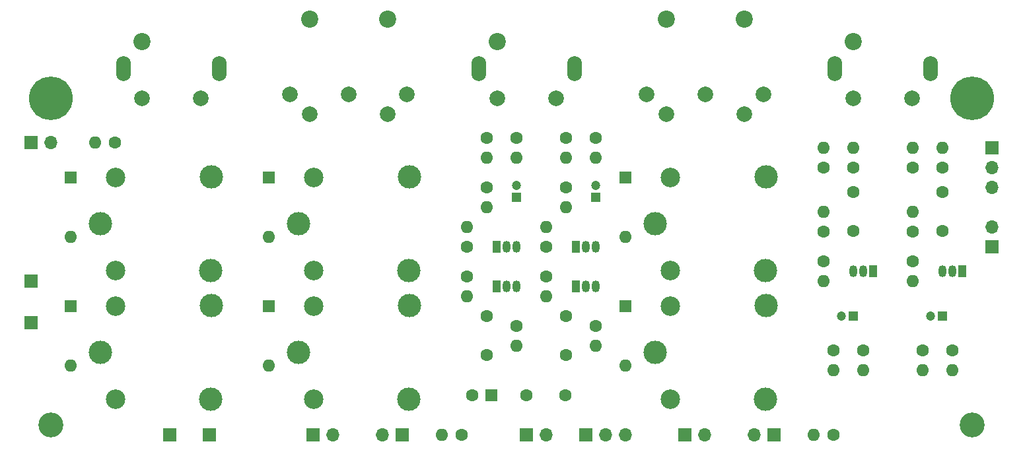
<source format=gbs>
G04 #@! TF.GenerationSoftware,KiCad,Pcbnew,8.0.9*
G04 #@! TF.CreationDate,2025-03-02T13:49:30+01:00*
G04 #@! TF.ProjectId,cjss501,636a7373-3530-4312-9e6b-696361645f70,rev?*
G04 #@! TF.SameCoordinates,Original*
G04 #@! TF.FileFunction,Soldermask,Bot*
G04 #@! TF.FilePolarity,Negative*
%FSLAX46Y46*%
G04 Gerber Fmt 4.6, Leading zero omitted, Abs format (unit mm)*
G04 Created by KiCad (PCBNEW 8.0.9) date 2025-03-02 13:49:30*
%MOMM*%
%LPD*%
G01*
G04 APERTURE LIST*
%ADD10C,1.600000*%
%ADD11O,1.600000X1.600000*%
%ADD12C,5.600000*%
%ADD13R,1.200000X1.200000*%
%ADD14C,1.200000*%
%ADD15C,3.000000*%
%ADD16C,2.500000*%
%ADD17R,1.700000X1.700000*%
%ADD18O,1.700000X1.700000*%
%ADD19R,1.600000X1.600000*%
%ADD20R,1.050000X1.500000*%
%ADD21O,1.050000X1.500000*%
%ADD22C,2.200000*%
%ADD23C,2.000000*%
%ADD24O,1.900000X3.200000*%
%ADD25C,3.200000*%
G04 APERTURE END LIST*
D10*
X92710000Y-53340000D03*
D11*
X92710000Y-55880000D03*
D12*
X154940000Y-48260000D03*
D13*
X139700000Y-76200000D03*
D14*
X138200000Y-76200000D03*
D15*
X68580000Y-64370000D03*
D16*
X70530000Y-70420000D03*
D15*
X82730000Y-70420000D03*
X82780000Y-58370000D03*
D16*
X70530000Y-58420000D03*
D17*
X129540000Y-91440000D03*
D18*
X127000000Y-91440000D03*
D10*
X106680000Y-53340000D03*
D11*
X106680000Y-55880000D03*
D10*
X137160000Y-80645000D03*
D11*
X137160000Y-83185000D03*
D19*
X110490000Y-58420000D03*
D11*
X110490000Y-66040000D03*
D17*
X81915000Y-91440000D03*
D18*
X79375000Y-91440000D03*
D10*
X140970000Y-80645000D03*
D11*
X140970000Y-83185000D03*
D10*
X106680000Y-77470000D03*
D11*
X106680000Y-80010000D03*
D10*
X151130000Y-60325000D03*
X151130000Y-65325000D03*
X100330000Y-67310000D03*
D11*
X100330000Y-64770000D03*
D10*
X100330000Y-71120000D03*
D11*
X100330000Y-73660000D03*
D17*
X57150000Y-91440000D03*
D20*
X104140000Y-72390000D03*
D21*
X105410000Y-72390000D03*
X106680000Y-72390000D03*
D19*
X110490000Y-74930000D03*
D11*
X110490000Y-82550000D03*
D10*
X147320000Y-65405000D03*
D11*
X147320000Y-62865000D03*
D22*
X115730000Y-38100000D03*
X125730000Y-38100000D03*
D23*
X113230000Y-47800000D03*
X120730000Y-47800000D03*
X128230000Y-47800000D03*
X115730000Y-50300000D03*
X125730000Y-50300000D03*
D10*
X135890000Y-57150000D03*
D11*
X135890000Y-54610000D03*
D19*
X93345000Y-86360000D03*
D10*
X90845000Y-86360000D03*
X92710000Y-59690000D03*
D11*
X92710000Y-62230000D03*
D10*
X102870000Y-59690000D03*
D11*
X102870000Y-62230000D03*
D20*
X93980000Y-72390000D03*
D21*
X95250000Y-72390000D03*
X96520000Y-72390000D03*
D17*
X34290000Y-77040000D03*
D10*
X96520000Y-77470000D03*
D11*
X96520000Y-80010000D03*
D10*
X147320000Y-57150000D03*
D11*
X147320000Y-54610000D03*
D24*
X104000000Y-44510000D03*
X91700000Y-44510000D03*
D23*
X94100000Y-48260000D03*
X101600000Y-48260000D03*
D22*
X94100000Y-41010000D03*
D19*
X64770000Y-58420000D03*
D11*
X64770000Y-66040000D03*
D25*
X36830000Y-90170000D03*
D10*
X135890000Y-65405000D03*
D11*
X135890000Y-62865000D03*
D15*
X43180000Y-64370000D03*
D16*
X45130000Y-70420000D03*
D15*
X57330000Y-70420000D03*
X57380000Y-58370000D03*
D16*
X45130000Y-58420000D03*
D10*
X139700000Y-60325000D03*
X139700000Y-65325000D03*
D17*
X34290000Y-53975000D03*
D18*
X36830000Y-53975000D03*
D10*
X148590000Y-80645000D03*
D11*
X148590000Y-83185000D03*
D13*
X106680000Y-60960000D03*
D14*
X106680000Y-59460000D03*
D19*
X39370000Y-58420000D03*
D11*
X39370000Y-66040000D03*
D17*
X52070000Y-91440000D03*
X34290000Y-71755000D03*
D10*
X90170000Y-67310000D03*
D11*
X90170000Y-64770000D03*
D10*
X137160000Y-91440000D03*
D11*
X134620000Y-91440000D03*
D10*
X152400000Y-80645000D03*
D11*
X152400000Y-83185000D03*
D12*
X36830000Y-48260000D03*
D15*
X68580000Y-80880000D03*
D16*
X70530000Y-86930000D03*
D15*
X82730000Y-86930000D03*
X82780000Y-74880000D03*
D16*
X70530000Y-74930000D03*
D10*
X102870000Y-53340000D03*
D11*
X102870000Y-55880000D03*
D19*
X64770000Y-74930000D03*
D11*
X64770000Y-82550000D03*
D13*
X151130000Y-76200000D03*
D14*
X149630000Y-76200000D03*
D10*
X139700000Y-57150000D03*
D11*
X139700000Y-54610000D03*
D10*
X135890000Y-69215000D03*
D11*
X135890000Y-71755000D03*
D15*
X114300000Y-64370000D03*
D16*
X116250000Y-70420000D03*
D15*
X128450000Y-70420000D03*
X128500000Y-58370000D03*
D16*
X116250000Y-58420000D03*
D20*
X93980000Y-67310000D03*
D21*
X95250000Y-67310000D03*
X96520000Y-67310000D03*
D20*
X104140000Y-67310000D03*
D21*
X105410000Y-67310000D03*
X106680000Y-67310000D03*
D10*
X147320000Y-69215000D03*
D11*
X147320000Y-71755000D03*
D15*
X114300000Y-80880000D03*
D16*
X116250000Y-86930000D03*
D15*
X128450000Y-86930000D03*
X128500000Y-74880000D03*
D16*
X116250000Y-74930000D03*
D17*
X70485000Y-91440000D03*
D18*
X73025000Y-91440000D03*
D19*
X39370000Y-74930000D03*
D11*
X39370000Y-82550000D03*
D17*
X105410000Y-91440000D03*
D18*
X107950000Y-91440000D03*
X110490000Y-91440000D03*
D10*
X96520000Y-53340000D03*
D11*
X96520000Y-55880000D03*
D20*
X142240000Y-70485000D03*
D21*
X140970000Y-70485000D03*
X139700000Y-70485000D03*
D10*
X45085000Y-53975000D03*
D11*
X42545000Y-53975000D03*
D10*
X92710000Y-81200000D03*
X92710000Y-76200000D03*
D17*
X157480000Y-54610000D03*
D18*
X157480000Y-57150000D03*
X157480000Y-59690000D03*
D10*
X90170000Y-71120000D03*
D11*
X90170000Y-73660000D03*
D15*
X43180000Y-80880000D03*
D16*
X45130000Y-86930000D03*
D15*
X57330000Y-86930000D03*
X57380000Y-74880000D03*
D16*
X45130000Y-74930000D03*
D10*
X97790000Y-86360000D03*
X102790000Y-86360000D03*
D17*
X118110000Y-91440000D03*
D18*
X120650000Y-91440000D03*
D10*
X102870000Y-81200000D03*
X102870000Y-76200000D03*
D20*
X153670000Y-70485000D03*
D21*
X152400000Y-70485000D03*
X151130000Y-70485000D03*
D24*
X149600000Y-44510000D03*
X137300000Y-44510000D03*
D23*
X139700000Y-48260000D03*
X147200000Y-48260000D03*
D22*
X139700000Y-41010000D03*
D17*
X97785000Y-91440000D03*
D18*
X100325000Y-91440000D03*
D17*
X157480000Y-67310000D03*
D18*
X157480000Y-64770000D03*
D13*
X96520000Y-60960000D03*
D14*
X96520000Y-59460000D03*
D22*
X70010000Y-38100000D03*
X80010000Y-38100000D03*
D23*
X67510000Y-47800000D03*
X75010000Y-47800000D03*
X82510000Y-47800000D03*
X70010000Y-50300000D03*
X80010000Y-50300000D03*
D24*
X58420000Y-44510000D03*
X46120000Y-44510000D03*
D23*
X48520000Y-48260000D03*
X56020000Y-48260000D03*
D22*
X48520000Y-41010000D03*
D10*
X89535000Y-91440000D03*
D11*
X86995000Y-91440000D03*
D10*
X151130000Y-57150000D03*
D11*
X151130000Y-54610000D03*
D25*
X154940000Y-90170000D03*
M02*

</source>
